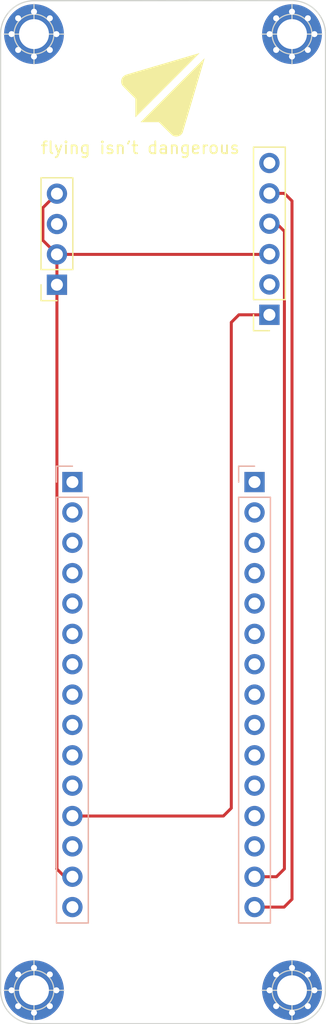
<source format=kicad_pcb>
(kicad_pcb (version 20211014) (generator pcbnew)
  (layers (0 "F.Cu" signal) (31 "B.Cu" signal) (34 "B.Paste" user) (35 "F.Paste" user) (36 "B.SilkS" user "B.Silkscreen") (37 "F.SilkS" user "F.Silkscreen") (38 "B.Mask" user) (39 "F.Mask" user) (44 "Edge.Cuts" user))
  (net 0 "")
  (net 2 "Net-(BNO55_6P1-Pad1)")
  (net 4 "/GND")
  (net 5 "Net-(BNO55_6P1-Pad4)")
  (net 6 "Net-(BNO55_6P1-Pad5)")
  (footprint "LOGO" (layer "F.Cu") (at 145.415 69.85)
    (fp_text reference "G**" hide)
    (fp_text value "LOGO" hide)
    (fp_poly (pts (xy 3.481164 -3.04476) (xy 3.470677 -3.006328) (xy 3.45322 -2.944453) (xy 3.429203 -2.860524) (xy 3.399038 -2.755933) (xy 3.363134 -2.632068) (xy 3.321901 -2.490321) (xy 3.275751 -2.332081) (xy 3.225092 -2.158739) (xy 3.170337 -1.971684) (xy 3.111895 -1.772307) (xy 3.050175 -1.561997) (xy 2.98559 -1.342144) (xy 2.918549 -1.11414) (xy 2.849461 -0.879373) (xy 2.778739 -0.639234) (xy 2.706791 -0.395114) (xy 2.634029 -0.148401) (xy 2.560863 0.099514) (xy 2.487702 0.34724) (xy 2.414958 0.593388) (xy 2.343041 0.836568) (xy 2.27236 1.07539) (xy 2.203327 1.308462) (xy 2.136351 1.534397) (xy 2.071844 1.751802) (xy 2.010215 1.959289) (xy 1.951874 2.155467) (xy 1.897232 2.338947) (xy 1.8467 2.508337) (xy 1.800688 2.662248) (xy 1.759605 2.79929) (xy 1.723862 2.918073) (xy 1.693871 3.017207) (xy 1.67004 3.095301) (xy 1.652781 3.150966) (xy 1.642503 3.182811) (xy 1.639878 3.189868) (xy 1.598568 3.253356) (xy 1.54091 3.319333) (xy 1.475505 3.379069) (xy 1.410952 3.423831) (xy 1.407609 3.425678) (xy 1.296835 3.472176) (xy 1.178586 3.497133) (xy 1.059516 3.499893) (xy 0.946276 3.4798) (xy 0.92554 3.473198) (xy 0.870385 3.451432) (xy 0.815715 3.42547) (xy 0.78876 3.410305) (xy 0.768501 3.394123) (xy 0.73092 3.360451) (xy 0.677993 3.311185) (xy 0.611697 3.248223) (xy 0.534008 3.173463) (xy 0.446902 3.088803) (xy 0.352357 2.996139) (xy 0.252348 2.897369) (xy 0.190958 2.83638) (xy -0.349857 2.2979) (xy -1.880695 2.2979) (xy 0.799598 -0.38242) (xy 1.025979 -0.608772) (xy 1.247314 -0.830017) (xy 1.462824 -1.045379) (xy 1.67173 -1.254081) (xy 1.873252 -1.455347) (xy 2.066612 -1.6484) (xy 2.251031 -1.832463) (xy 2.425728 -2.006759) (xy 2.589926 -2.170513) (xy 2.742845 -2.322948) (xy 2.883706 -2.463287) (xy 3.01173 -2.590754) (xy 3.126138 -2.704571) (xy 3.226151 -2.803963) (xy 3.310989 -2.888153) (xy 3.379874 -2.956364) (xy 3.432027 -3.00782) (xy 3.466667 -3.041744) (xy 3.483017 -3.05736) (xy 3.484272 -3.058359)) (layer "F.SilkS") (width 0) (fill solid))
    (fp_poly (pts (xy 3.049481 -3.474066) (xy 3.021707 -3.445622) (xy 2.976133 -3.399398) (xy 2.913537 -3.33617) (xy 2.834693 -3.256718) (xy 2.740377 -3.161818) (xy 2.631365 -3.05225) (xy 2.508433 -2.928791) (xy 2.372356 -2.792219) (xy 2.22391 -2.643312) (xy 2.06387 -2.482848) (xy 1.893013 -2.311605) (xy 1.712113 -2.130362) (xy 1.521947 -1.939895) (xy 1.323291 -1.740984) (xy 1.116919 -1.534406) (xy 0.903608 -1.320939) (xy 0.684133 -1.101362) (xy 0.459271 -0.876452) (xy 0.375581 -0.792759) (xy -2.311578 1.894374) (xy -2.311578 0.336167) (xy -2.8559 -0.21148) (xy -2.976152 -0.332668) (xy -3.078452 -0.436264) (xy -3.164314 -0.523898) (xy -3.235252 -0.597198) (xy -3.29278 -0.657794) (xy -3.338412 -0.707314) (xy -3.373662 -0.747387) (xy -3.400044 -0.779642) (xy -3.419073 -0.805707) (xy -3.432262 -0.827212) (xy -3.437142 -0.836768) (xy -3.480558 -0.953177) (xy -3.498926 -1.070105) (xy -3.497714 -1.155268) (xy -3.475329 -1.28041) (xy -3.429041 -1.393426) (xy -3.360184 -1.492743) (xy -3.270092 -1.576786) (xy -3.160102 -1.643983) (xy -3.045112 -1.688783) (xy -2.991974 -1.704743) (xy -2.916296 -1.727313) (xy -2.819482 -1.75608) (xy -2.702933 -1.790632) (xy -2.56805 -1.830558) (xy -2.416236 -1.875444) (xy -2.248892 -1.924878) (xy -2.06742 -1.978448) (xy -1.873222 -2.035742) (xy -1.6677 -2.096348) (xy -1.452256 -2.159852) (xy -1.228291 -2.225844) (xy -0.997208 -2.29391) (xy -0.760408 -2.363638) (xy -0.519293 -2.434616) (xy -0.275265 -2.506432) (xy -0.029726 -2.578674) (xy 0.215923 -2.650928) (xy 0.460279 -2.722784) (xy 0.70194 -2.793827) (xy 0.939506 -2.863647) (xy 1.171573 -2.931831) (xy 1.396741 -2.997967) (xy 1.613606 -3.061642) (xy 1.820768 -3.122444) (xy 2.016825 -3.179961) (xy 2.200374 -3.23378) (xy 2.370015 -3.283489) (xy 2.524344 -3.328676) (xy 2.66196 -3.368929) (xy 2.781462 -3.403835) (xy 2.881447 -3.432982) (xy 2.960514 -3.455958) (xy 3.01726 -3.47235) (xy 3.050285 -3.481746) (xy 3.058681 -3.48395)) (layer "F.SilkS") (width 0) (fill solid))
  )
  (footprint "Connector_PinSocket_2.54mm:PinSocket_1x04_P2.54mm_Vertical" (layer "F.Cu") (at 136.54 85.75 180)
    (fp_text reference "BNO55_4P1" hide)
    (fp_text value "Conn_01x04" hide)
    (fp_line (start 1.33 1.27) (end 1.33 8.95) (layer "F.SilkS") (width 0.12))
    (fp_line (start 0 -1.33) (end 1.33 -1.33) (layer "F.SilkS") (width 0.12))
    (fp_line (start 1.33 -1.33) (end 1.33 0) (layer "F.SilkS") (width 0.12))
    (fp_line (start -1.33 1.27) (end -1.33 8.95) (layer "F.SilkS") (width 0.12))
    (fp_line (start -1.33 1.27) (end 1.33 1.27) (layer "F.SilkS") (width 0.12))
    (fp_line (start -1.33 8.95) (end 1.33 8.95) (layer "F.SilkS") (width 0.12))
    (pad "1" thru_hole rect (at 0 0 180) (size 1.7 1.7) (drill 1) (layers *.Cu *.Mask) (net 4 "/GND"))
    (pad "2" thru_hole oval (at 0 2.54 180) (size 1.7 1.7) (drill 1) (layers *.Cu *.Mask) (net 4 "/GND"))
    (pad "3" thru_hole oval (at 0 5.08 180) (size 1.7 1.7) (drill 1) (layers *.Cu *.Mask))
    (pad "4" thru_hole oval (at 0 7.62 180) (size 1.7 1.7) (drill 1) (layers *.Cu *.Mask) (net 4 "/GND"))
  )
  (footprint "MountingHole:MountingHole_2.5mm_Pad_Via" (layer "F.Cu") (at 156.21 64.78)
    (fp_text reference "REF2" hide)
    (fp_text value "MountingHole_2.5mm_Pad_Via" hide)
    (pad "1" thru_hole circle (at -1.875 0) (size 0.8 0.8) (drill 0.5) (layers F&B.Cu *.Mask))
    (pad "1" thru_hole circle (at -1.325825 1.325825) (size 0.8 0.8) (drill 0.5) (layers F&B.Cu *.Mask))
    (pad "1" thru_hole circle (at -1.325825 -1.325825) (size 0.8 0.8) (drill 0.5) (layers F&B.Cu *.Mask))
    (pad "1" thru_hole circle (at 1.325825 -1.325825) (size 0.8 0.8) (drill 0.5) (layers F&B.Cu *.Mask))
    (pad "1" thru_hole circle (at 1.875 0) (size 0.8 0.8) (drill 0.5) (layers F&B.Cu *.Mask))
    (pad "1" thru_hole circle (at 0 -1.875) (size 0.8 0.8) (drill 0.5) (layers F&B.Cu *.Mask))
    (pad "1" thru_hole circle (at 1.325825 1.325825) (size 0.8 0.8) (drill 0.5) (layers F&B.Cu *.Mask))
    (pad "1" thru_hole circle (at 0 0) (size 5 5) (drill 2.5) (layers F&B.Cu *.Mask))
    (pad "1" thru_hole circle (at 0 1.875) (size 0.8 0.8) (drill 0.5) (layers F&B.Cu *.Mask))
  )
  (footprint "MountingHole:MountingHole_2.5mm_Pad_Via" (layer "F.Cu") (at 134.62 144.78)
    (fp_text reference "REF3" hide)
    (fp_text value "MountingHole_2.5mm_Pad_Via" hide)
    (pad "1" thru_hole circle (at 1.325825 1.325825) (size 0.8 0.8) (drill 0.5) (layers *.Cu *.Mask))
    (pad "1" thru_hole circle (at 0 1.875) (size 0.8 0.8) (drill 0.5) (layers *.Cu *.Mask))
    (pad "1" thru_hole circle (at -1.325825 -1.325825) (size 0.8 0.8) (drill 0.5) (layers *.Cu *.Mask))
    (pad "1" thru_hole circle (at 0 -1.875) (size 0.8 0.8) (drill 0.5) (layers *.Cu *.Mask))
    (pad "1" thru_hole circle (at 1.875 0) (size 0.8 0.8) (drill 0.5) (layers *.Cu *.Mask))
    (pad "1" thru_hole circle (at -1.325825 1.325825) (size 0.8 0.8) (drill 0.5) (layers *.Cu *.Mask))
    (pad "1" thru_hole circle (at 1.325825 -1.325825) (size 0.8 0.8) (drill 0.5) (layers *.Cu *.Mask))
    (pad "1" thru_hole circle (at -1.875 0) (size 0.8 0.8) (drill 0.5) (layers *.Cu *.Mask))
    (pad "1" thru_hole circle (at 0 0) (size 5 5) (drill 2.5) (layers *.Cu *.Mask))
  )
  (footprint "MountingHole:MountingHole_2.5mm_Pad_Via" (layer "F.Cu") (at 156.21 144.78)
    (fp_text reference "REF4" hide)
    (fp_text value "MountingHole_2.5mm_Pad_Via" hide)
    (pad "1" thru_hole circle (at 0 0) (size 5 5) (drill 2.5) (layers *.Cu *.Mask))
    (pad "1" thru_hole circle (at 1.325825 -1.325825) (size 0.8 0.8) (drill 0.5) (layers *.Cu *.Mask))
    (pad "1" thru_hole circle (at -1.325825 1.325825) (size 0.8 0.8) (drill 0.5) (layers *.Cu *.Mask))
    (pad "1" thru_hole circle (at 0 1.875) (size 0.8 0.8) (drill 0.5) (layers *.Cu *.Mask))
    (pad "1" thru_hole circle (at 1.325825 1.325825) (size 0.8 0.8) (drill 0.5) (layers *.Cu *.Mask))
    (pad "1" thru_hole circle (at 1.875 0) (size 0.8 0.8) (drill 0.5) (layers *.Cu *.Mask))
    (pad "1" thru_hole circle (at -1.875 0) (size 0.8 0.8) (drill 0.5) (layers *.Cu *.Mask))
    (pad "1" thru_hole circle (at -1.325825 -1.325825) (size 0.8 0.8) (drill 0.5) (layers *.Cu *.Mask))
    (pad "1" thru_hole circle (at 0 -1.875) (size 0.8 0.8) (drill 0.5) (layers *.Cu *.Mask))
  )
  (footprint "MountingHole:MountingHole_2.5mm_Pad_Via" (layer "F.Cu") (at 134.62 64.78)
    (fp_text reference "REF1" hide)
    (fp_text value "MountingHole_2.5mm_Pad_Via" hide)
    (pad "1" thru_hole circle (at 1.325825 1.325825) (size 0.8 0.8) (drill 0.5) (layers F&B.Cu *.Mask))
    (pad "1" thru_hole circle (at 0 -1.875) (size 0.8 0.8) (drill 0.5) (layers F&B.Cu *.Mask))
    (pad "1" thru_hole circle (at 1.325825 -1.325825) (size 0.8 0.8) (drill 0.5) (layers F&B.Cu *.Mask))
    (pad "1" thru_hole circle (at -1.325825 -1.325825) (size 0.8 0.8) (drill 0.5) (layers F&B.Cu *.Mask))
    (pad "1" thru_hole circle (at 0 0) (size 5 5) (drill 2.5) (layers F&B.Cu *.Mask))
    (pad "1" thru_hole circle (at 0 1.875) (size 0.8 0.8) (drill 0.5) (layers F&B.Cu *.Mask))
    (pad "1" thru_hole circle (at -1.875 0) (size 0.8 0.8) (drill 0.5) (layers F&B.Cu *.Mask))
    (pad "1" thru_hole circle (at 1.875 0) (size 0.8 0.8) (drill 0.5) (layers F&B.Cu *.Mask))
    (pad "1" thru_hole circle (at -1.325825 1.325825) (size 0.8 0.8) (drill 0.5) (layers F&B.Cu *.Mask))
  )
  (footprint "Connector_PinSocket_2.54mm:PinSocket_1x06_P2.54mm_Vertical" (layer "F.Cu") (at 154.32 88.265 180)
    (fp_text reference "BNO55_6P1" hide)
    (fp_text value "Conn_01x06" hide)
    (fp_line (start -1.33 14.03) (end 1.33 14.03) (layer "F.SilkS") (width 0.12))
    (fp_line (start 1.33 1.27) (end 1.33 14.03) (layer "F.SilkS") (width 0.12))
    (fp_line (start 1.33 -1.33) (end 1.33 0) (layer "F.SilkS") (width 0.12))
    (fp_line (start 0 -1.33) (end 1.33 -1.33) (layer "F.SilkS") (width 0.12))
    (fp_line (start -1.33 1.27) (end 1.33 1.27) (layer "F.SilkS") (width 0.12))
    (fp_line (start -1.33 1.27) (end -1.33 14.03) (layer "F.SilkS") (width 0.12))
    (pad "1" thru_hole rect (at 0 0 180) (size 1.7 1.7) (drill 1) (layers *.Cu *.Mask) (net 2 "Net-(BNO55_6P1-Pad1)"))
    (pad "2" thru_hole oval (at 0 2.54 180) (size 1.7 1.7) (drill 1) (layers *.Cu *.Mask))
    (pad "3" thru_hole oval (at 0 5.08 180) (size 1.7 1.7) (drill 1) (layers *.Cu *.Mask) (net 4 "/GND"))
    (pad "4" thru_hole oval (at 0 7.62 180) (size 1.7 1.7) (drill 1) (layers *.Cu *.Mask) (net 5 "Net-(BNO55_6P1-Pad4)"))
    (pad "5" thru_hole oval (at 0 10.16 180) (size 1.7 1.7) (drill 1) (layers *.Cu *.Mask) (net 6 "Net-(BNO55_6P1-Pad5)"))
    (pad "6" thru_hole oval (at 0 12.7 180) (size 1.7 1.7) (drill 1) (layers *.Cu *.Mask))
  )
  (footprint "Connector_PinSocket_2.54mm:PinSocket_1x15_P2.54mm_Vertical" (layer "B.Cu") (at 137.835 102.26 180)
    (fp_text reference "STM1" hide)
    (fp_text value "Conn_01x15" hide)
    (fp_line (start -1.33 -1.27) (end 1.33 -1.27) (layer "B.SilkS") (width 0.12))
    (fp_line (start 1.33 1.33) (end 1.33 0) (layer "B.SilkS") (width 0.12))
    (fp_line (start -1.33 -36.89) (end 1.33 -36.89) (layer "B.SilkS") (width 0.12))
    (fp_line (start 1.33 -1.27) (end 1.33 -36.89) (layer "B.SilkS") (width 0.12))
    (fp_line (start 0 1.33) (end 1.33 1.33) (layer "B.SilkS") (width 0.12))
    (fp_line (start -1.33 -1.27) (end -1.33 -36.89) (layer "B.SilkS") (width 0.12))
    (pad "1" thru_hole rect (at 0 0 180) (size 1.7 1.7) (drill 1) (layers *.Cu *.Mask))
    (pad "2" thru_hole oval (at 0 -2.54 180) (size 1.7 1.7) (drill 1) (layers *.Cu *.Mask))
    (pad "3" thru_hole oval (at 0 -5.08 180) (size 1.7 1.7) (drill 1) (layers *.Cu *.Mask))
    (pad "4" thru_hole oval (at 0 -7.62 180) (size 1.7 1.7) (drill 1) (layers *.Cu *.Mask))
    (pad "5" thru_hole oval (at 0 -10.16 180) (size 1.7 1.7) (drill 1) (layers *.Cu *.Mask))
    (pad "6" thru_hole oval (at 0 -12.7 180) (size 1.7 1.7) (drill 1) (layers *.Cu *.Mask))
    (pad "7" thru_hole oval (at 0 -15.24 180) (size 1.7 1.7) (drill 1) (layers *.Cu *.Mask))
    (pad "8" thru_hole oval (at 0 -17.78 180) (size 1.7 1.7) (drill 1) (layers *.Cu *.Mask))
    (pad "9" thru_hole oval (at 0 -20.32 180) (size 1.7 1.7) (drill 1) (layers *.Cu *.Mask))
    (pad "10" thru_hole oval (at 0 -22.86 180) (size 1.7 1.7) (drill 1) (layers *.Cu *.Mask))
    (pad "11" thru_hole oval (at 0 -25.4 180) (size 1.7 1.7) (drill 1) (layers *.Cu *.Mask))
    (pad "12" thru_hole oval (at 0 -27.94 180) (size 1.7 1.7) (drill 1) (layers *.Cu *.Mask) (net 2 "Net-(BNO55_6P1-Pad1)"))
    (pad "13" thru_hole oval (at 0 -30.48 180) (size 1.7 1.7) (drill 1) (layers *.Cu *.Mask))
    (pad "14" thru_hole oval (at 0 -33.02 180) (size 1.7 1.7) (drill 1) (layers *.Cu *.Mask) (net 4 "/GND"))
    (pad "15" thru_hole oval (at 0 -35.56 180) (size 1.7 1.7) (drill 1) (layers *.Cu *.Mask))
  )
  (footprint "Connector_PinSocket_2.54mm:PinSocket_1x15_P2.54mm_Vertical" (layer "B.Cu") (at 153.075 102.26 180)
    (fp_text reference "STM2" hide)
    (fp_text value "Conn_01x15" hide)
    (fp_line (start -1.33 -1.27) (end -1.33 -36.89) (layer "B.SilkS") (width 0.12))
    (fp_line (start 1.33 1.33) (end 1.33 0) (layer "B.SilkS") (width 0.12))
    (fp_line (start 1.33 -1.27) (end 1.33 -36.89) (layer "B.SilkS") (width 0.12))
    (fp_line (start -1.33 -1.27) (end 1.33 -1.27) (layer "B.SilkS") (width 0.12))
    (fp_line (start -1.33 -36.89) (end 1.33 -36.89) (layer "B.SilkS") (width 0.12))
    (fp_line (start 0 1.33) (end 1.33 1.33) (layer "B.SilkS") (width 0.12))
    (pad "1" thru_hole rect (at 0 0 180) (size 1.7 1.7) (drill 1) (layers *.Cu *.Mask))
    (pad "2" thru_hole oval (at 0 -2.54 180) (size 1.7 1.7) (drill 1) (layers *.Cu *.Mask))
    (pad "3" thru_hole oval (at 0 -5.08 180) (size 1.7 1.7) (drill 1) (layers *.Cu *.Mask))
    (pad "4" thru_hole oval (at 0 -7.62 180) (size 1.7 1.7) (drill 1) (layers *.Cu *.Mask))
    (pad "5" thru_hole oval (at 0 -10.16 180) (size 1.7 1.7) (drill 1) (layers *.Cu *.Mask))
    (pad "6" thru_hole oval (at 0 -12.7 180) (size 1.7 1.7) (drill 1) (layers *.Cu *.Mask))
    (pad "7" thru_hole oval (at 0 -15.24 180) (size 1.7 1.7) (drill 1) (layers *.Cu *.Mask))
    (pad "8" thru_hole oval (at 0 -17.78 180) (size 1.7 1.7) (drill 1) (layers *.Cu *.Mask))
    (pad "9" thru_hole oval (at 0 -20.32 180) (size 1.7 1.7) (drill 1) (layers *.Cu *.Mask))
    (pad "10" thru_hole oval (at 0 -22.86 180) (size 1.7 1.7) (drill 1) (layers *.Cu *.Mask))
    (pad "11" thru_hole oval (at 0 -25.4 180) (size 1.7 1.7) (drill 1) (layers *.Cu *.Mask))
    (pad "12" thru_hole oval (at 0 -27.94 180) (size 1.7 1.7) (drill 1) (layers *.Cu *.Mask))
    (pad "13" thru_hole oval (at 0 -30.48 180) (size 1.7 1.7) (drill 1) (layers *.Cu *.Mask))
    (pad "14" thru_hole oval (at 0 -33.02 180) (size 1.7 1.7) (drill 1) (layers *.Cu *.Mask) (net 5 "Net-(BNO55_6P1-Pad4)"))
    (pad "15" thru_hole oval (at 0 -35.56 180) (size 1.7 1.7) (drill 1) (layers *.Cu *.Mask) (net 6 "Net-(BNO55_6P1-Pad5)"))
  )
  (gr_line (start 134.62 61.985983) (end 156.21 61.976) (layer "Edge.Cuts") (width 0.1))
  (gr_arc (start 131.826001 64.77) (mid 132.64787 62.800799) (end 134.62 61.985983) (layer "Edge.Cuts") (width 0.1))
  (gr_arc (start 156.21 61.976) (mid 158.188821 62.793374) (end 159.013978 64.768961) (layer "Edge.Cuts") (width 0.1))
  (gr_line (start 156.21 147.574) (end 134.62 147.574) (layer "Edge.Cuts") (width 0.1))
  (gr_arc (start 159.004 144.78) (mid 158.185656 146.755656) (end 156.21 147.574) (layer "Edge.Cuts") (width 0.1))
  (gr_line (start 131.826 144.78) (end 131.826001 64.77) (layer "Edge.Cuts") (width 0.1))
  (gr_arc (start 134.62 147.574) (mid 132.644344 146.755656) (end 131.826 144.78) (layer "Edge.Cuts") (width 0.1))
  (gr_line (start 159.013978 64.768961) (end 159.004 144.78) (layer "Edge.Cuts") (width 0.1))
  (gr_text "flying isn't dangerous" (at 143.51 74.295) (layer "F.SilkS") (effects (font (size 1 1))))
  (target plus (at 134.62 64.78) (size 5) (width 0.1) (layer "Edge.Cuts"))
  (target plus (at 156.21 144.78) (size 5) (width 0.1) (layer "Edge.Cuts"))
  (target plus (at 134.62 144.78) (size 5) (width 0.1) (layer "Edge.Cuts"))
  (target plus (at 156.21 64.78) (size 5) (width 0.1) (layer "Edge.Cuts"))
  (segment (start 137.835 130.2) (end 150.47 130.2) (width 0.25) (layer "F.Cu") (net 2))
  (segment (start 151.765 88.265) (end 154.32 88.265) (width 0.25) (layer "F.Cu") (net 2))
  (segment (start 151.13 88.9) (end 151.765 88.265) (width 0.25) (layer "F.Cu") (net 2))
  (segment (start 150.47 130.2) (end 151.13 129.54) (width 0.25) (layer "F.Cu") (net 2))
  (segment (start 151.13 129.54) (end 151.13 88.9) (width 0.25) (layer "F.Cu") (net 2))
  (segment (start 136.54 134.605) (end 136.54 85.75) (width 0.25) (layer "F.Cu") (net 4))
  (segment (start 136.54 85.75) (end 136.54 83.21) (width 0.25) (layer "F.Cu") (net 4))
  (segment (start 136.54 83.21) (end 154.295 83.21) (width 0.25) (layer "F.Cu") (net 4))
  (segment (start 137.835 135.28) (end 137.185 135.28) (width 0.25) (layer "F.Cu") (net 4))
  (segment (start 137.185 135.28) (end 136.525 134.62) (width 0.25) (layer "F.Cu") (net 4))
  (segment (start 135.365 82.035) (end 135.365 79.305) (width 0.25) (layer "F.Cu") (net 4))
  (segment (start 136.525 134.62) (end 136.54 134.605) (width 0.25) (layer "F.Cu") (net 4))
  (segment (start 135.365 79.305) (end 136.54 78.13) (width 0.25) (layer "F.Cu") (net 4))
  (segment (start 154.295 83.21) (end 154.32 83.185) (width 0.25) (layer "F.Cu") (net 4))
  (segment (start 136.54 83.21) (end 135.365 82.035) (width 0.25) (layer "F.Cu") (net 4))
  (segment (start 153.075 135.28) (end 154.915 135.28) (width 0.25) (layer "F.Cu") (net 5))
  (segment (start 155.575 134.62) (end 155.575 81.28) (width 0.25) (layer "F.Cu") (net 5))
  (segment (start 155.575 81.28) (end 154.94 80.645) (width 0.25) (layer "F.Cu") (net 5))
  (segment (start 154.94 80.645) (end 154.32 80.645) (width 0.25) (layer "F.Cu") (net 5))
  (segment (start 154.915 135.28) (end 155.575 134.62) (width 0.25) (layer "F.Cu") (net 5))
  (segment (start 155.55 137.82) (end 156.21 137.16) (width 0.25) (layer "F.Cu") (net 6))
  (segment (start 156.21 137.16) (end 156.21 78.74) (width 0.25) (layer "F.Cu") (net 6))
  (segment (start 153.075 137.82) (end 155.55 137.82) (width 0.25) (layer "F.Cu") (net 6))
  (segment (start 155.575 78.105) (end 154.32 78.105) (width 0.25) (layer "F.Cu") (net 6))
  (segment (start 156.21 78.74) (end 155.575 78.105) (width 0.25) (layer "F.Cu") (net 6))
)
</source>
